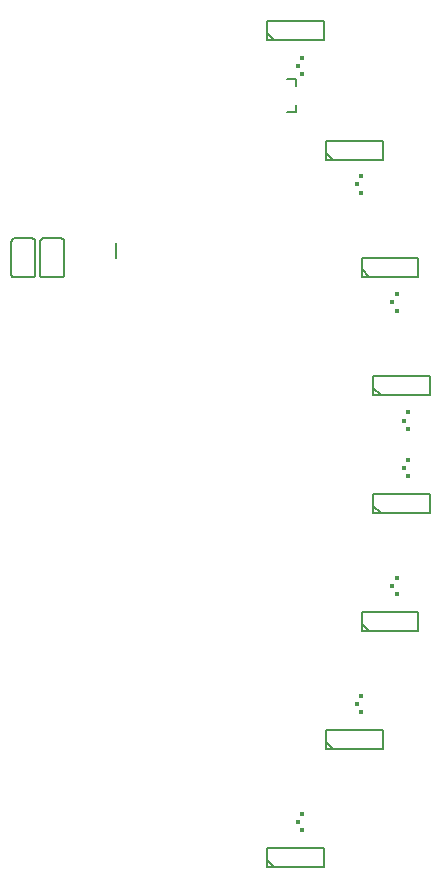
<source format=gbr>
G04 EAGLE Gerber RS-274X export*
G75*
%MOMM*%
%FSLAX34Y34*%
%LPD*%
%INSilkscreen Bottom*%
%IPPOS*%
%AMOC8*
5,1,8,0,0,1.08239X$1,22.5*%
G01*
%ADD10C,0.203200*%
%ADD11R,0.425000X0.325000*%
%ADD12R,0.350000X0.350000*%
%ADD13C,0.127000*%
%ADD14C,0.152400*%


D10*
X438102Y570230D02*
X438102Y557530D01*
D11*
X595625Y713125D03*
X595625Y726875D03*
D12*
X591750Y720000D03*
D11*
X645625Y613125D03*
X645625Y626875D03*
D12*
X641750Y620000D03*
D11*
X675625Y513125D03*
X675625Y526875D03*
D12*
X671750Y520000D03*
D11*
X685625Y413125D03*
X685625Y426875D03*
D12*
X681750Y420000D03*
D11*
X685625Y373125D03*
X685625Y386875D03*
D12*
X681750Y380000D03*
D11*
X675625Y273125D03*
X675625Y286875D03*
D12*
X671750Y280000D03*
D11*
X645625Y173125D03*
X645625Y186875D03*
D12*
X641750Y180000D03*
D11*
X595625Y73125D03*
X595625Y86875D03*
D12*
X591750Y80000D03*
D10*
X590800Y681296D02*
X590800Y687296D01*
X590800Y681296D02*
X582800Y681296D01*
X590800Y703296D02*
X590800Y709296D01*
X582800Y709296D01*
D13*
X572000Y742000D02*
X566000Y742000D01*
X572000Y742000D02*
X614000Y742000D01*
X614000Y758000D01*
X566000Y758000D01*
X566000Y748000D01*
X566000Y742000D01*
X566000Y748000D02*
X572000Y742000D01*
X616160Y640448D02*
X622160Y640448D01*
X664160Y640448D01*
X664160Y656448D01*
X616160Y656448D01*
X616160Y646448D01*
X616160Y640448D01*
X616160Y646448D02*
X622160Y640448D01*
X646000Y542000D02*
X652000Y542000D01*
X694000Y542000D01*
X694000Y558000D01*
X646000Y558000D01*
X646000Y548000D01*
X646000Y542000D01*
X646000Y548000D02*
X652000Y542000D01*
X656000Y442000D02*
X662000Y442000D01*
X704000Y442000D01*
X704000Y458000D01*
X656000Y458000D01*
X656000Y448000D01*
X656000Y442000D01*
X656000Y448000D02*
X662000Y442000D01*
X662000Y342000D02*
X656000Y342000D01*
X662000Y342000D02*
X704000Y342000D01*
X704000Y358000D01*
X656000Y358000D01*
X656000Y348000D01*
X656000Y342000D01*
X656000Y348000D02*
X662000Y342000D01*
X652000Y242000D02*
X646000Y242000D01*
X652000Y242000D02*
X694000Y242000D01*
X694000Y258000D01*
X646000Y258000D01*
X646000Y248000D01*
X646000Y242000D01*
X646000Y248000D02*
X652000Y242000D01*
X622000Y142000D02*
X616000Y142000D01*
X622000Y142000D02*
X664000Y142000D01*
X664000Y158000D01*
X616000Y158000D01*
X616000Y148000D01*
X616000Y142000D01*
X616000Y148000D02*
X622000Y142000D01*
X572000Y42000D02*
X566000Y42000D01*
X572000Y42000D02*
X614000Y42000D01*
X614000Y58000D01*
X566000Y58000D01*
X566000Y48000D01*
X566000Y42000D01*
X566000Y48000D02*
X572000Y42000D01*
D14*
X394208Y543814D02*
X394208Y571754D01*
X373888Y543814D02*
X373890Y543714D01*
X373896Y543615D01*
X373906Y543515D01*
X373919Y543417D01*
X373937Y543318D01*
X373958Y543221D01*
X373983Y543125D01*
X374012Y543029D01*
X374045Y542935D01*
X374081Y542842D01*
X374121Y542751D01*
X374165Y542661D01*
X374212Y542573D01*
X374262Y542487D01*
X374316Y542403D01*
X374373Y542321D01*
X374433Y542242D01*
X374497Y542164D01*
X374563Y542090D01*
X374632Y542018D01*
X374704Y541949D01*
X374778Y541883D01*
X374856Y541819D01*
X374935Y541759D01*
X375017Y541702D01*
X375101Y541648D01*
X375187Y541598D01*
X375275Y541551D01*
X375365Y541507D01*
X375456Y541467D01*
X375549Y541431D01*
X375643Y541398D01*
X375739Y541369D01*
X375835Y541344D01*
X375932Y541323D01*
X376031Y541305D01*
X376129Y541292D01*
X376229Y541282D01*
X376328Y541276D01*
X376428Y541274D01*
X373888Y571754D02*
X373890Y571854D01*
X373896Y571953D01*
X373906Y572053D01*
X373919Y572151D01*
X373937Y572250D01*
X373958Y572347D01*
X373983Y572443D01*
X374012Y572539D01*
X374045Y572633D01*
X374081Y572726D01*
X374121Y572817D01*
X374165Y572907D01*
X374212Y572995D01*
X374262Y573081D01*
X374316Y573165D01*
X374373Y573247D01*
X374433Y573326D01*
X374497Y573404D01*
X374563Y573478D01*
X374632Y573550D01*
X374704Y573619D01*
X374778Y573685D01*
X374856Y573749D01*
X374935Y573809D01*
X375017Y573866D01*
X375101Y573920D01*
X375187Y573970D01*
X375275Y574017D01*
X375365Y574061D01*
X375456Y574101D01*
X375549Y574137D01*
X375643Y574170D01*
X375739Y574199D01*
X375835Y574224D01*
X375932Y574245D01*
X376031Y574263D01*
X376129Y574276D01*
X376229Y574286D01*
X376328Y574292D01*
X376428Y574294D01*
X391668Y574294D02*
X391768Y574292D01*
X391867Y574286D01*
X391967Y574276D01*
X392065Y574263D01*
X392164Y574245D01*
X392261Y574224D01*
X392357Y574199D01*
X392453Y574170D01*
X392547Y574137D01*
X392640Y574101D01*
X392731Y574061D01*
X392821Y574017D01*
X392909Y573970D01*
X392995Y573920D01*
X393079Y573866D01*
X393161Y573809D01*
X393240Y573749D01*
X393318Y573685D01*
X393392Y573619D01*
X393464Y573550D01*
X393533Y573478D01*
X393599Y573404D01*
X393663Y573326D01*
X393723Y573247D01*
X393780Y573165D01*
X393834Y573081D01*
X393884Y572995D01*
X393931Y572907D01*
X393975Y572817D01*
X394015Y572726D01*
X394051Y572633D01*
X394084Y572539D01*
X394113Y572443D01*
X394138Y572347D01*
X394159Y572250D01*
X394177Y572151D01*
X394190Y572053D01*
X394200Y571953D01*
X394206Y571854D01*
X394208Y571754D01*
X394208Y543814D02*
X394206Y543714D01*
X394200Y543615D01*
X394190Y543515D01*
X394177Y543417D01*
X394159Y543318D01*
X394138Y543221D01*
X394113Y543125D01*
X394084Y543029D01*
X394051Y542935D01*
X394015Y542842D01*
X393975Y542751D01*
X393931Y542661D01*
X393884Y542573D01*
X393834Y542487D01*
X393780Y542403D01*
X393723Y542321D01*
X393663Y542242D01*
X393599Y542164D01*
X393533Y542090D01*
X393464Y542018D01*
X393392Y541949D01*
X393318Y541883D01*
X393240Y541819D01*
X393161Y541759D01*
X393079Y541702D01*
X392995Y541648D01*
X392909Y541598D01*
X392821Y541551D01*
X392731Y541507D01*
X392640Y541467D01*
X392547Y541431D01*
X392453Y541398D01*
X392357Y541369D01*
X392261Y541344D01*
X392164Y541323D01*
X392065Y541305D01*
X391967Y541292D01*
X391867Y541282D01*
X391768Y541276D01*
X391668Y541274D01*
X376428Y541274D01*
X376428Y574294D02*
X391668Y574294D01*
X373888Y571754D02*
X373888Y543814D01*
X369824Y543814D02*
X369824Y571754D01*
X349504Y543814D02*
X349506Y543714D01*
X349512Y543615D01*
X349522Y543515D01*
X349535Y543417D01*
X349553Y543318D01*
X349574Y543221D01*
X349599Y543125D01*
X349628Y543029D01*
X349661Y542935D01*
X349697Y542842D01*
X349737Y542751D01*
X349781Y542661D01*
X349828Y542573D01*
X349878Y542487D01*
X349932Y542403D01*
X349989Y542321D01*
X350049Y542242D01*
X350113Y542164D01*
X350179Y542090D01*
X350248Y542018D01*
X350320Y541949D01*
X350394Y541883D01*
X350472Y541819D01*
X350551Y541759D01*
X350633Y541702D01*
X350717Y541648D01*
X350803Y541598D01*
X350891Y541551D01*
X350981Y541507D01*
X351072Y541467D01*
X351165Y541431D01*
X351259Y541398D01*
X351355Y541369D01*
X351451Y541344D01*
X351548Y541323D01*
X351647Y541305D01*
X351745Y541292D01*
X351845Y541282D01*
X351944Y541276D01*
X352044Y541274D01*
X349504Y571754D02*
X349506Y571854D01*
X349512Y571953D01*
X349522Y572053D01*
X349535Y572151D01*
X349553Y572250D01*
X349574Y572347D01*
X349599Y572443D01*
X349628Y572539D01*
X349661Y572633D01*
X349697Y572726D01*
X349737Y572817D01*
X349781Y572907D01*
X349828Y572995D01*
X349878Y573081D01*
X349932Y573165D01*
X349989Y573247D01*
X350049Y573326D01*
X350113Y573404D01*
X350179Y573478D01*
X350248Y573550D01*
X350320Y573619D01*
X350394Y573685D01*
X350472Y573749D01*
X350551Y573809D01*
X350633Y573866D01*
X350717Y573920D01*
X350803Y573970D01*
X350891Y574017D01*
X350981Y574061D01*
X351072Y574101D01*
X351165Y574137D01*
X351259Y574170D01*
X351355Y574199D01*
X351451Y574224D01*
X351548Y574245D01*
X351647Y574263D01*
X351745Y574276D01*
X351845Y574286D01*
X351944Y574292D01*
X352044Y574294D01*
X367284Y574294D02*
X367384Y574292D01*
X367483Y574286D01*
X367583Y574276D01*
X367681Y574263D01*
X367780Y574245D01*
X367877Y574224D01*
X367973Y574199D01*
X368069Y574170D01*
X368163Y574137D01*
X368256Y574101D01*
X368347Y574061D01*
X368437Y574017D01*
X368525Y573970D01*
X368611Y573920D01*
X368695Y573866D01*
X368777Y573809D01*
X368856Y573749D01*
X368934Y573685D01*
X369008Y573619D01*
X369080Y573550D01*
X369149Y573478D01*
X369215Y573404D01*
X369279Y573326D01*
X369339Y573247D01*
X369396Y573165D01*
X369450Y573081D01*
X369500Y572995D01*
X369547Y572907D01*
X369591Y572817D01*
X369631Y572726D01*
X369667Y572633D01*
X369700Y572539D01*
X369729Y572443D01*
X369754Y572347D01*
X369775Y572250D01*
X369793Y572151D01*
X369806Y572053D01*
X369816Y571953D01*
X369822Y571854D01*
X369824Y571754D01*
X369824Y543814D02*
X369822Y543714D01*
X369816Y543615D01*
X369806Y543515D01*
X369793Y543417D01*
X369775Y543318D01*
X369754Y543221D01*
X369729Y543125D01*
X369700Y543029D01*
X369667Y542935D01*
X369631Y542842D01*
X369591Y542751D01*
X369547Y542661D01*
X369500Y542573D01*
X369450Y542487D01*
X369396Y542403D01*
X369339Y542321D01*
X369279Y542242D01*
X369215Y542164D01*
X369149Y542090D01*
X369080Y542018D01*
X369008Y541949D01*
X368934Y541883D01*
X368856Y541819D01*
X368777Y541759D01*
X368695Y541702D01*
X368611Y541648D01*
X368525Y541598D01*
X368437Y541551D01*
X368347Y541507D01*
X368256Y541467D01*
X368163Y541431D01*
X368069Y541398D01*
X367973Y541369D01*
X367877Y541344D01*
X367780Y541323D01*
X367681Y541305D01*
X367583Y541292D01*
X367483Y541282D01*
X367384Y541276D01*
X367284Y541274D01*
X352044Y541274D01*
X352044Y574294D02*
X367284Y574294D01*
X349504Y571754D02*
X349504Y543814D01*
M02*

</source>
